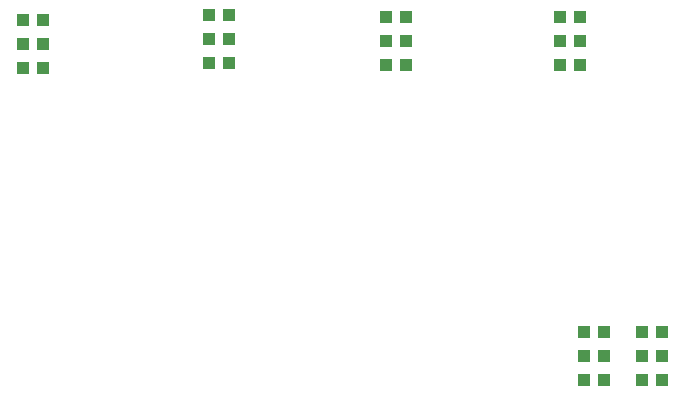
<source format=gbr>
G04 EAGLE Gerber RS-274X export*
G75*
%MOMM*%
%FSLAX34Y34*%
%LPD*%
%INSolderpaste Bottom*%
%IPPOS*%
%AMOC8*
5,1,8,0,0,1.08239X$1,22.5*%
G01*
%ADD10R,1.000000X1.100000*%
%ADD11R,1.100000X1.000000*%


D10*
X619370Y142240D03*
X602370Y142240D03*
X602370Y121920D03*
X619370Y121920D03*
D11*
X602370Y101600D03*
X619370Y101600D03*
D10*
X569840Y142240D03*
X552840Y142240D03*
X552840Y121920D03*
X569840Y121920D03*
D11*
X552840Y101600D03*
X569840Y101600D03*
D10*
X402200Y368300D03*
X385200Y368300D03*
X402200Y388620D03*
X385200Y388620D03*
D11*
X402200Y408940D03*
X385200Y408940D03*
D10*
X549520Y368300D03*
X532520Y368300D03*
X549520Y388620D03*
X532520Y388620D03*
D11*
X549520Y408940D03*
X532520Y408940D03*
D10*
X94860Y365760D03*
X77860Y365760D03*
X94860Y386080D03*
X77860Y386080D03*
D11*
X94860Y406400D03*
X77860Y406400D03*
D10*
X252340Y369570D03*
X235340Y369570D03*
X252340Y389890D03*
X235340Y389890D03*
D11*
X252340Y410210D03*
X235340Y410210D03*
M02*

</source>
